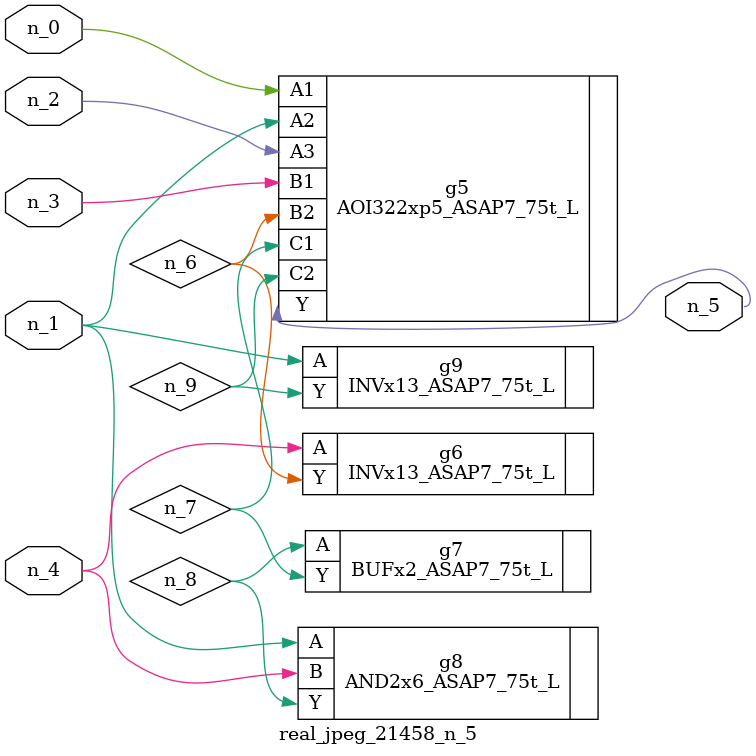
<source format=v>
module real_jpeg_21458_n_5 (n_4, n_0, n_1, n_2, n_3, n_5);

input n_4;
input n_0;
input n_1;
input n_2;
input n_3;

output n_5;

wire n_8;
wire n_6;
wire n_7;
wire n_9;

AOI322xp5_ASAP7_75t_L g5 ( 
.A1(n_0),
.A2(n_1),
.A3(n_2),
.B1(n_3),
.B2(n_6),
.C1(n_7),
.C2(n_9),
.Y(n_5)
);

AND2x6_ASAP7_75t_L g8 ( 
.A(n_1),
.B(n_4),
.Y(n_8)
);

INVx13_ASAP7_75t_L g9 ( 
.A(n_1),
.Y(n_9)
);

INVx13_ASAP7_75t_L g6 ( 
.A(n_4),
.Y(n_6)
);

BUFx2_ASAP7_75t_L g7 ( 
.A(n_8),
.Y(n_7)
);


endmodule
</source>
